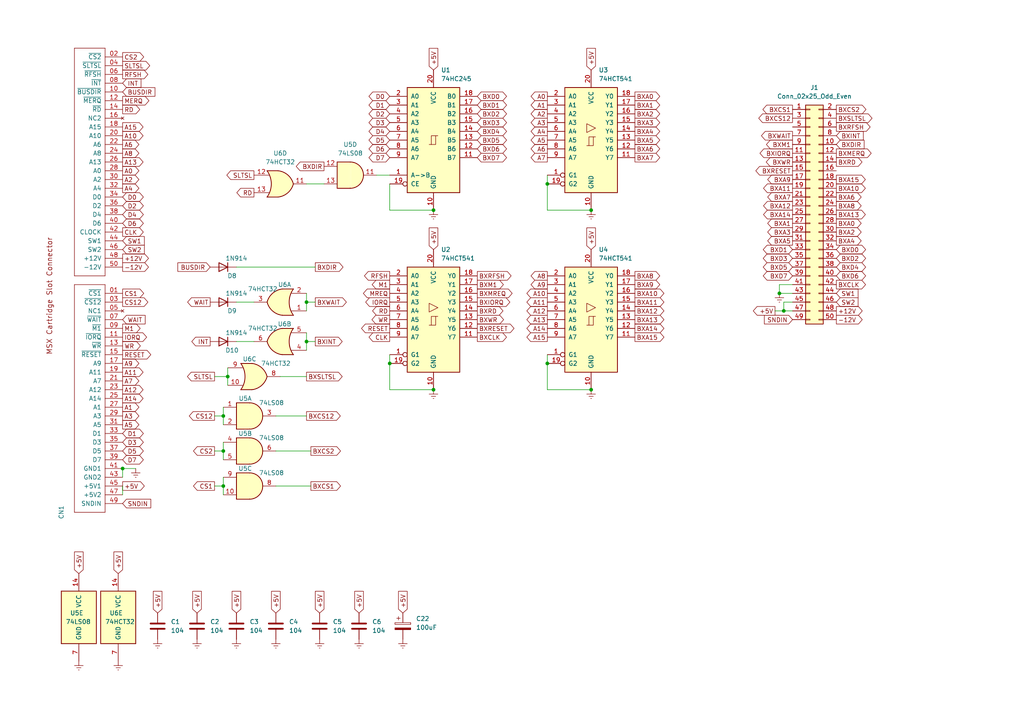
<source format=kicad_sch>
(kicad_sch (version 20230121) (generator eeschema)
  (paper "A4")
  (title_block (title "MSX 4 Slot Expander") (date "2024-02-23") (rev "3") (company "Luis Vina"))
  (lib_symbols
    (symbol "74xx:74HC245" (pin_names (offset 1.016))
      (property "Reference" "U" (at -7.62 16.51 0))
      (property "Value" "74HC245" (at -7.62 -16.51 0))
      (symbol "74HC245_1_0"
        (pin input line (at -12.7 -10.16 0) (length 5.08) (name "A->B") (number "1"))
        (pin power_in line (at 0 -20.32 90) (length 5.08) (name "GND") (number "10"))
        (pin tri_state line (at 12.7 -5.08 180) (length 5.08) (name "B7") (number "11"))
        (pin tri_state line (at 12.7 -2.54 180) (length 5.08) (name "B6") (number "12"))
        (pin tri_state line (at 12.7 0 180) (length 5.08) (name "B5") (number "13"))
        (pin tri_state line (at 12.7 2.54 180) (length 5.08) (name "B4") (number "14"))
        (pin tri_state line (at 12.7 5.08 180) (length 5.08) (name "B3") (number "15"))
        (pin tri_state line (at 12.7 7.62 180) (length 5.08) (name "B2") (number "16"))
        (pin tri_state line (at 12.7 10.16 180) (length 5.08) (name "B1") (number "17"))
        (pin tri_state line (at 12.7 12.7 180) (length 5.08) (name "B0") (number "18"))
        (pin input inverted (at -12.7 -12.7 0) (length 5.08) (name "CE") (number "19"))
        (pin tri_state line (at -12.7 12.7 0) (length 5.08) (name "A0") (number "2"))
        (pin power_in line (at 0 20.32 270) (length 5.08) (name "VCC") (number "20"))
        (pin tri_state line (at -12.7 10.16 0) (length 5.08) (name "A1") (number "3"))
        (pin tri_state line (at -12.7 7.62 0) (length 5.08) (name "A2") (number "4"))
        (pin tri_state line (at -12.7 5.08 0) (length 5.08) (name "A3") (number "5"))
        (pin tri_state line (at -12.7 2.54 0) (length 5.08) (name "A4") (number "6"))
        (pin tri_state line (at -12.7 0 0) (length 5.08) (name "A5") (number "7"))
        (pin tri_state line (at -12.7 -2.54 0) (length 5.08) (name "A6") (number "8"))
        (pin tri_state line (at -12.7 -5.08 0) (length 5.08) (name "A7") (number "9"))
      )
    )
    (symbol "74xx:74HCT541" (pin_names (offset 1.016))
      (property "Reference" "U" (at -7.62 16.51 0))
      (property "Value" "74HCT541" (at -7.62 -16.51 0))
      (symbol "74HCT541_1_0"
        (pin input inverted (at -12.7 -10.16 0) (length 5.08) (name "G1") (number "1"))
        (pin power_in line (at 0 -20.32 90) (length 5.08) (name "GND") (number "10"))
        (pin tri_state line (at 12.7 -5.08 180) (length 5.08) (name "Y7") (number "11"))
        (pin tri_state line (at 12.7 -2.54 180) (length 5.08) (name "Y6") (number "12"))
        (pin tri_state line (at 12.7 0 180) (length 5.08) (name "Y5") (number "13"))
        (pin tri_state line (at 12.7 2.54 180) (length 5.08) (name "Y4") (number "14"))
        (pin tri_state line (at 12.7 5.08 180) (length 5.08) (name "Y3") (number "15"))
        (pin tri_state line (at 12.7 7.62 180) (length 5.08) (name "Y2") (number "16"))
        (pin tri_state line (at 12.7 10.16 180) (length 5.08) (name "Y1") (number "17"))
        (pin tri_state line (at 12.7 12.7 180) (length 5.08) (name "Y0") (number "18"))
        (pin input inverted (at -12.7 -12.7 0) (length 5.08) (name "G2") (number "19"))
        (pin input line (at -12.7 12.7 0) (length 5.08) (name "A0") (number "2"))
        (pin power_in line (at 0 20.32 270) (length 5.08) (name "VCC") (number "20"))
        (pin input line (at -12.7 10.16 0) (length 5.08) (name "A1") (number "3"))
        (pin input line (at -12.7 7.62 0) (length 5.08) (name "A2") (number "4"))
        (pin input line (at -12.7 5.08 0) (length 5.08) (name "A3") (number "5"))
        (pin input line (at -12.7 2.54 0) (length 5.08) (name "A4") (number "6"))
        (pin input line (at -12.7 0 0) (length 5.08) (name "A5") (number "7"))
        (pin input line (at -12.7 -2.54 0) (length 5.08) (name "A6") (number "8"))
        (pin input line (at -12.7 -5.08 0) (length 5.08) (name "A7") (number "9"))
      )
    )
    (symbol "74xx:74LS08" (pin_names (offset 1.016))
      (property "Reference" "U" (at 0 1.27 0))
      (property "Value" "74LS08" (at 0 -1.27 0))
      (symbol "74LS08_1_1"
        (pin input line (at -7.62 2.54 0) (length 3.81) (name "~") (number "1"))
        (pin input line (at -7.62 -2.54 0) (length 3.81) (name "~") (number "2"))
        (pin output line (at 7.62 0 180) (length 3.81) (name "~") (number "3"))
      )
      (symbol "74LS08_1_2"
        (pin input inverted (at -7.62 2.54 0) (length 4.318) (name "~") (number "1"))
        (pin input inverted (at -7.62 -2.54 0) (length 4.318) (name "~") (number "2"))
        (pin output inverted (at 7.62 0 180) (length 3.81) (name "~") (number "3"))
      )
      (symbol "74LS08_2_1"
        (pin input line (at -7.62 2.54 0) (length 3.81) (name "~") (number "4"))
        (pin input line (at -7.62 -2.54 0) (length 3.81) (name "~") (number "5"))
        (pin output line (at 7.62 0 180) (length 3.81) (name "~") (number "6"))
      )
      (symbol "74LS08_2_2"
        (pin input inverted (at -7.62 2.54 0) (length 4.318) (name "~") (number "4"))
        (pin input inverted (at -7.62 -2.54 0) (length 4.318) (name "~") (number "5"))
        (pin output inverted (at 7.62 0 180) (length 3.81) (name "~") (number "6"))
      )
      (symbol "74LS08_3_1"
        (pin input line (at -7.62 -2.54 0) (length 3.81) (name "~") (number "10"))
        (pin output line (at 7.62 0 180) (length 3.81) (name "~") (number "8"))
        (pin input line (at -7.62 2.54 0) (length 3.81) (name "~") (number "9"))
      )
      (symbol "74LS08_3_2"
        (pin input inverted (at -7.62 -2.54 0) (length 4.318) (name "~") (number "10"))
        (pin output inverted (at 7.62 0 180) (length 3.81) (name "~") (number "8"))
        (pin input inverted (at -7.62 2.54 0) (length 4.318) (name "~") (number "9"))
      )
      (symbol "74LS08_4_1"
        (pin output line (at 7.62 0 180) (length 3.81) (name "~") (number "11"))
        (pin input line (at -7.62 2.54 0) (length 3.81) (name "~") (number "12"))
        (pin input line (at -7.62 -2.54 0) (length 3.81) (name "~") (number "13"))
      )
      (symbol "74LS08_4_2"
        (pin output inverted (at 7.62 0 180) (length 3.81) (name "~") (number "11"))
        (pin input inverted (at -7.62 2.54 0) (length 4.318) (name "~") (number "12"))
        (pin input inverted (at -7.62 -2.54 0) (length 4.318) (name "~") (number "13"))
      )
      (symbol "74LS08_5_0"
        (pin power_in line (at 0 12.7 270) (length 5.08) (name "VCC") (number "14"))
        (pin power_in line (at 0 -12.7 90) (length 5.08) (name "GND") (number "7"))
      )
    )
    (symbol "74xx:74LS32" (pin_names (offset 1.016))
      (property "Reference" "U" (at 0 1.27 0))
      (property "Value" "74LS32" (at 0 -1.27 0))
      (symbol "74LS32_1_1"
        (pin input line (at -7.62 2.54 0) (length 4.318) (name "~") (number "1"))
        (pin input line (at -7.62 -2.54 0) (length 4.318) (name "~") (number "2"))
        (pin output line (at 7.62 0 180) (length 3.81) (name "~") (number "3"))
      )
      (symbol "74LS32_1_2"
        (pin input inverted (at -7.62 2.54 0) (length 3.81) (name "~") (number "1"))
        (pin input inverted (at -7.62 -2.54 0) (length 3.81) (name "~") (number "2"))
        (pin output inverted (at 7.62 0 180) (length 3.81) (name "~") (number "3"))
      )
      (symbol "74LS32_2_1"
        (pin input line (at -7.62 2.54 0) (length 4.318) (name "~") (number "4"))
        (pin input line (at -7.62 -2.54 0) (length 4.318) (name "~") (number "5"))
        (pin output line (at 7.62 0 180) (length 3.81) (name "~") (number "6"))
      )
      (symbol "74LS32_2_2"
        (pin input inverted (at -7.62 2.54 0) (length 3.81) (name "~") (number "4"))
        (pin input inverted (at -7.62 -2.54 0) (length 3.81) (name "~") (number "5"))
        (pin output inverted (at 7.62 0 180) (length 3.81) (name "~") (number "6"))
      )
      (symbol "74LS32_3_1"
        (pin input line (at -7.62 -2.54 0) (length 4.318) (name "~") (number "10"))
        (pin output line (at 7.62 0 180) (length 3.81) (name "~") (number "8"))
        (pin input line (at -7.62 2.54 0) (length 4.318) (name "~") (number "9"))
      )
      (symbol "74LS32_3_2"
        (pin input inverted (at -7.62 -2.54 0) (length 3.81) (name "~") (number "10"))
        (pin output inverted (at 7.62 0 180) (length 3.81) (name "~") (number "8"))
        (pin input inverted (at -7.62 2.54 0) (length 3.81) (name "~") (number "9"))
      )
      (symbol "74LS32_4_1"
        (pin output line (at 7.62 0 180) (length 3.81) (name "~") (number "11"))
        (pin input line (at -7.62 2.54 0) (length 4.318) (name "~") (number "12"))
        (pin input line (at -7.62 -2.54 0) (length 4.318) (name "~") (number "13"))
      )
      (symbol "74LS32_4_2"
        (pin output inverted (at 7.62 0 180) (length 3.81) (name "~") (number "11"))
        (pin input inverted (at -7.62 2.54 0) (length 3.81) (name "~") (number "12"))
        (pin input inverted (at -7.62 -2.54 0) (length 3.81) (name "~") (number "13"))
      )
      (symbol "74LS32_5_0"
        (pin power_in line (at 0 12.7 270) (length 5.08) (name "VCC") (number "14"))
        (pin power_in line (at 0 -12.7 90) (length 5.08) (name "GND") (number "7"))
      )
    )
    (symbol "Connector_Generic:Conn_02x25_Odd_Even" (pin_names (offset 1.016) hide)
      (property "Reference" "J" (at 1.27 33.02 0))
      (property "Value" "Conn_02x25_Odd_Even" (at 1.27 -33.02 0))
      (symbol "Conn_02x25_Odd_Even_1_1"
        (pin passive line (at -5.08 30.48 0) (length 3.81) (name "Pin_1") (number "1"))
        (pin passive line (at 7.62 20.32 180) (length 3.81) (name "Pin_10") (number "10"))
        (pin passive line (at -5.08 17.78 0) (length 3.81) (name "Pin_11") (number "11"))
        (pin passive line (at 7.62 17.78 180) (length 3.81) (name "Pin_12") (number "12"))
        (pin passive line (at -5.08 15.24 0) (length 3.81) (name "Pin_13") (number "13"))
        (pin passive line (at 7.62 15.24 180) (length 3.81) (name "Pin_14") (number "14"))
        (pin passive line (at -5.08 12.7 0) (length 3.81) (name "Pin_15") (number "15"))
        (pin passive line (at 7.62 12.7 180) (length 3.81) (name "Pin_16") (number "16"))
        (pin passive line (at -5.08 10.16 0) (length 3.81) (name "Pin_17") (number "17"))
        (pin passive line (at 7.62 10.16 180) (length 3.81) (name "Pin_18") (number "18"))
        (pin passive line (at -5.08 7.62 0) (length 3.81) (name "Pin_19") (number "19"))
        (pin passive line (at 7.62 30.48 180) (length 3.81) (name "Pin_2") (number "2"))
        (pin passive line (at 7.62 7.62 180) (length 3.81) (name "Pin_20") (number "20"))
        (pin passive line (at -5.08 5.08 0) (length 3.81) (name "Pin_21") (number "21"))
        (pin passive line (at 7.62 5.08 180) (length 3.81) (name "Pin_22") (number "22"))
        (pin passive line (at -5.08 2.54 0) (length 3.81) (name "Pin_23") (number "23"))
        (pin passive line (at 7.62 2.54 180) (length 3.81) (name "Pin_24") (number "24"))
        (pin passive line (at -5.08 0 0) (length 3.81) (name "Pin_25") (number "25"))
        (pin passive line (at 7.62 0 180) (length 3.81) (name "Pin_26") (number "26"))
        (pin passive line (at -5.08 -2.54 0) (length 3.81) (name "Pin_27") (number "27"))
        (pin passive line (at 7.62 -2.54 180) (length 3.81) (name "Pin_28") (number "28"))
        (pin passive line (at -5.08 -5.08 0) (length 3.81) (name "Pin_29") (number "29"))
        (pin passive line (at -5.08 27.94 0) (length 3.81) (name "Pin_3") (number "3"))
        (pin passive line (at 7.62 -5.08 180) (length 3.81) (name "Pin_30") (number "30"))
        (pin passive line (at -5.08 -7.62 0) (length 3.81) (name "Pin_31") (number "31"))
        (pin passive line (at 7.62 -7.62 180) (length 3.81) (name "Pin_32") (number "32"))
        (pin passive line (at -5.08 -10.16 0) (length 3.81) (name "Pin_33") (number "33"))
        (pin passive line (at 7.62 -10.16 180) (length 3.81) (name "Pin_34") (number "34"))
        (pin passive line (at -5.08 -12.7 0) (length 3.81) (name "Pin_35") (number "35"))
        (pin passive line (at 7.62 -12.7 180) (length 3.81) (name "Pin_36") (number "36"))
        (pin passive line (at -5.08 -15.24 0) (length 3.81) (name "Pin_37") (number "37"))
        (pin passive line (at 7.62 -15.24 180) (length 3.81) (name "Pin_38") (number "38"))
        (pin passive line (at -5.08 -17.78 0) (length 3.81) (name "Pin_39") (number "39"))
        (pin passive line (at 7.62 27.94 180) (length 3.81) (name "Pin_4") (number "4"))
        (pin passive line (at 7.62 -17.78 180) (length 3.81) (name "Pin_40") (number "40"))
        (pin passive line (at -5.08 -20.32 0) (length 3.81) (name "Pin_41") (number "41"))
        (pin passive line (at 7.62 -20.32 180) (length 3.81) (name "Pin_42") (number "42"))
        (pin passive line (at -5.08 -22.86 0) (length 3.81) (name "Pin_43") (number "43"))
        (pin passive line (at 7.62 -22.86 180) (length 3.81) (name "Pin_44") (number "44"))
        (pin passive line (at -5.08 -25.4 0) (length 3.81) (name "Pin_45") (number "45"))
        (pin passive line (at 7.62 -25.4 180) (length 3.81) (name "Pin_46") (number "46"))
        (pin passive line (at -5.08 -27.94 0) (length 3.81) (name "Pin_47") (number "47"))
        (pin passive line (at 7.62 -27.94 180) (length 3.81) (name "Pin_48") (number "48"))
        (pin passive line (at -5.08 -30.48 0) (length 3.81) (name "Pin_49") (number "49"))
        (pin passive line (at -5.08 25.4 0) (length 3.81) (name "Pin_5") (number "5"))
        (pin passive line (at 7.62 -30.48 180) (length 3.81) (name "Pin_50") (number "50"))
        (pin passive line (at 7.62 25.4 180) (length 3.81) (name "Pin_6") (number "6"))
        (pin passive line (at -5.08 22.86 0) (length 3.81) (name "Pin_7") (number "7"))
        (pin passive line (at 7.62 22.86 180) (length 3.81) (name "Pin_8") (number "8"))
        (pin passive line (at -5.08 20.32 0) (length 3.81) (name "Pin_9") (number "9"))
      )
    )
    (symbol "Device:C" (pin_numbers hide) (pin_names (offset 0.254))
      (property "Reference" "C" (at 0.635 2.54 0))
      (property "Value" "C" (at 0.635 -2.54 0))
      (symbol "C_1_1"
        (pin passive line (at 0 3.81 270) (length 2.794) (name "~") (number "1"))
        (pin passive line (at 0 -3.81 90) (length 2.794) (name "~") (number "2"))
      )
    )
    (symbol "Device:C_Polarized" (pin_numbers hide) (pin_names (offset 0.254))
      (property "Reference" "C" (at 0.635 2.54 0))
      (property "Value" "C_Polarized" (at 0.635 -2.54 0))
      (symbol "C_Polarized_1_1"
        (pin passive line (at 0 3.81 270) (length 2.794) (name "~") (number "1"))
        (pin passive line (at 0 -3.81 90) (length 2.794) (name "~") (number "2"))
      )
    )
    (symbol "Diode:1N914" (pin_numbers hide) (pin_names hide)
      (property "Reference" "D" (at 0 2.54 0))
      (property "Value" "1N914" (at 0 -2.54 0))
      (symbol "1N914_1_1"
        (pin passive line (at -3.81 0 0) (length 2.54) (name "K") (number "1"))
        (pin passive line (at 3.81 0 180) (length 2.54) (name "A") (number "2"))
      )
    )
    (symbol "MSX_SLOT_CON-msxmakers_1" (pin_names (offset 1.016))
      (symbol "MSX_SLOT_CON-msxmakers_1_1_0"
        (text "MSX Cartridge Slot Connector" (at 45.72 -2.54 0) (effects (font (size 1.4986 1.4986)) (justify left bottom)))
        (pin output line (at 63.5 17.78 270) (length 5.08) (name "~{CS1}") (number "01"))
        (pin output line (at 132.08 17.78 270) (length 5.08) (name "~{CS2}") (number "02"))
        (pin output line (at 60.96 17.78 270) (length 5.08) (name "~{CS12}") (number "03"))
        (pin output line (at 129.54 17.78 270) (length 5.08) (name "~{SLTSL}") (number "04"))
        (pin no_connect line (at 58.42 17.78 270) (length 5.08) (name "NC1") (number "05"))
        (pin output line (at 127 17.78 270) (length 5.08) (name "~{RFSH}") (number "06"))
        (pin input line (at 55.88 17.78 270) (length 5.08) (name "~{WAIT}") (number "07"))
        (pin input line (at 124.46 17.78 270) (length 5.08) (name "~{INT}") (number "08"))
        (pin output line (at 53.34 17.78 270) (length 5.08) (name "~{M1}") (number "09"))
        (pin input line (at 121.92 17.78 270) (length 5.08) (name "~{BUSDIR}") (number "10"))
        (pin output line (at 50.8 17.78 270) (length 5.08) (name "~{IORQ}") (number "11"))
        (pin output line (at 119.38 17.78 270) (length 5.08) (name "~{MERQ}") (number "12"))
        (pin output line (at 48.26 17.78 270) (length 5.08) (name "~{WR}") (number "13"))
        (pin output line (at 116.84 17.78 270) (length 5.08) (name "~{RD}") (number "14"))
        (pin output line (at 45.72 17.78 270) (length 5.08) (name "~{RESET}") (number "15"))
        (pin no_connect line (at 114.3 17.78 270) (length 5.08) (name "NC2") (number "16"))
        (pin output line (at 43.18 17.78 270) (length 5.08) (name "A9") (number "17"))
        (pin output line (at 111.76 17.78 270) (length 5.08) (name "A15") (number "18"))
        (pin output line (at 40.64 17.78 270) (length 5.08) (name "A11") (number "19"))
        (pin output line (at 109.22 17.78 270) (length 5.08) (name "A10") (number "20"))
        (pin output line (at 38.1 17.78 270) (length 5.08) (name "A7") (number "21"))
        (pin output line (at 106.68 17.78 270) (length 5.08) (name "A6") (number "22"))
        (pin output line (at 35.56 17.78 270) (length 5.08) (name "A12") (number "23"))
        (pin output line (at 104.14 17.78 270) (length 5.08) (name "A8") (number "24"))
        (pin output line (at 33.02 17.78 270) (length 5.08) (name "A14") (number "25"))
        (pin output line (at 101.6 17.78 270) (length 5.08) (name "A13") (number "26"))
        (pin output line (at 30.48 17.78 270) (length 5.08) (name "A1") (number "27"))
        (pin output line (at 99.06 17.78 270) (length 5.08) (name "A0") (number "28"))
        (pin output line (at 27.94 17.78 270) (length 5.08) (name "A3") (number "29"))
        (pin output line (at 96.52 17.78 270) (length 5.08) (name "A2") (number "30"))
        (pin output line (at 25.4 17.78 270) (length 5.08) (name "A5") (number "31"))
        (pin output line (at 93.98 17.78 270) (length 5.08) (name "A4") (number "32"))
        (pin bidirectional line (at 22.86 17.78 270) (length 5.08) (name "D1") (number "33"))
        (pin bidirectional line (at 91.44 17.78 270) (length 5.08) (name "D0") (number "34"))
        (pin bidirectional line (at 20.32 17.78 270) (length 5.08) (name "D3") (number "35"))
        (pin bidirectional line (at 88.9 17.78 270) (length 5.08) (name "D2") (number "36"))
        (pin bidirectional line (at 17.78 17.78 270) (length 5.08) (name "D5") (number "37"))
        (pin bidirectional line (at 86.36 17.78 270) (length 5.08) (name "D4") (number "38"))
        (pin bidirectional line (at 15.24 17.78 270) (length 5.08) (name "D7") (number "39"))
        (pin bidirectional line (at 83.82 17.78 270) (length 5.08) (name "D6") (number "40"))
        (pin power_in line (at 12.7 17.78 270) (length 5.08) (name "GND1") (number "41"))
        (pin output line (at 81.28 17.78 270) (length 5.08) (name "CLOCK") (number "42"))
        (pin power_in line (at 10.16 17.78 270) (length 5.08) (name "GND2") (number "43"))
        (pin passive line (at 78.74 17.78 270) (length 5.08) (name "SW1") (number "44"))
        (pin power_in line (at 7.62 17.78 270) (length 5.08) (name "+5V1") (number "45"))
        (pin passive line (at 76.2 17.78 270) (length 5.08) (name "SW2") (number "46"))
        (pin power_in line (at 5.08 17.78 270) (length 5.08) (name "+5V2") (number "47"))
        (pin power_in line (at 73.66 17.78 270) (length 5.08) (name "+12V") (number "48"))
        (pin input line (at 2.54 17.78 270) (length 5.08) (name "SNDIN") (number "49"))
        (pin power_in line (at 71.12 17.78 270) (length 5.08) (name "-12V") (number "50"))
      )
    )
    (symbol "power:Earth" (power) (pin_names (offset 0))
      (symbol "Earth_1_1"
        (pin power_in line (at 0 0 270) (length 0) hide (name "Earth") (number "1"))
      )
    )
  )
  (junction (at 125.73 113.03))
  (junction (at 226.06 85.09))
  (junction (at 125.73 60.96))
  (junction (at 158.75 53.34))
  (junction (at 64.77 140.97))
  (junction (at 113.03 105.41))
  (junction (at 35.56 135.89))
  (junction (at 171.45 60.96))
  (junction (at 158.75 105.41))
  (junction (at 64.77 130.81))
  (junction (at 64.77 120.65))
  (junction (at 88.9 87.63))
  (junction (at 227.33 90.17))
  (junction (at 88.9 99.06))
  (junction (at 171.45 113.03))
  (junction (at 66.04 109.22))
  (wire (pts (xy 62.23 140.97) (xy 64.77 140.97)))
  (wire (pts (xy 113.03 102.87) (xy 113.03 105.41)))
  (wire (pts (xy 158.75 113.03) (xy 171.45 113.03)))
  (wire (pts (xy 158.75 60.96) (xy 171.45 60.96)))
  (wire (pts (xy 80.01 120.65) (xy 88.9 120.65)))
  (wire (pts (xy 158.75 50.8) (xy 158.75 53.34)))
  (wire (pts (xy 113.03 53.34) (xy 113.03 60.96)))
  (wire (pts (xy 68.58 99.06) (xy 73.66 99.06)))
  (wire (pts (xy 158.75 102.87) (xy 158.75 105.41)))
  (wire (pts (xy 88.9 87.63) (xy 88.9 90.17)))
  (wire (pts (xy 62.23 130.81) (xy 64.77 130.81)))
  (wire (pts (xy 88.9 87.63) (xy 91.44 87.63)))
  (wire (pts (xy 80.01 130.81) (xy 90.17 130.81)))
  (wire (pts (xy 62.23 120.65) (xy 64.77 120.65)))
  (wire (pts (xy 66.04 106.68) (xy 66.04 109.22)))
  (wire (pts (xy 64.77 130.81) (xy 64.77 133.35)))
  (wire (pts (xy 229.87 85.09) (xy 226.06 85.09)))
  (wire (pts (xy 64.77 140.97) (xy 64.77 143.51)))
  (wire (pts (xy 64.77 118.11) (xy 64.77 120.65)))
  (wire (pts (xy 113.03 113.03) (xy 125.73 113.03)))
  (wire (pts (xy 68.58 87.63) (xy 73.66 87.63)))
  (wire (pts (xy 226.06 82.55) (xy 226.06 85.09)))
  (wire (pts (xy 227.33 87.63) (xy 227.33 90.17)))
  (wire (pts (xy 88.9 99.06) (xy 91.44 99.06)))
  (wire (pts (xy 35.56 140.97) (xy 35.56 143.51)))
  (wire (pts (xy 113.03 105.41) (xy 113.03 113.03)))
  (wire (pts (xy 88.9 99.06) (xy 88.9 101.6)))
  (wire (pts (xy 62.23 109.22) (xy 66.04 109.22)))
  (wire (pts (xy 109.22 50.8) (xy 113.03 50.8)))
  (wire (pts (xy 64.77 120.65) (xy 64.77 123.19)))
  (wire (pts (xy 64.77 138.43) (xy 64.77 140.97)))
  (wire (pts (xy 64.77 128.27) (xy 64.77 130.81)))
  (wire (pts (xy 158.75 105.41) (xy 158.75 113.03)))
  (wire (pts (xy 81.28 109.22) (xy 88.9 109.22)))
  (wire (pts (xy 35.56 135.89) (xy 35.56 138.43)))
  (wire (pts (xy 229.87 87.63) (xy 227.33 87.63)))
  (wire (pts (xy 80.01 140.97) (xy 90.17 140.97)))
  (wire (pts (xy 227.33 90.17) (xy 229.87 90.17)))
  (wire (pts (xy 229.87 82.55) (xy 226.06 82.55)))
  (wire (pts (xy 35.56 135.89) (xy 39.37 135.89)))
  (wire (pts (xy 91.44 77.47) (xy 68.58 77.47)))
  (wire (pts (xy 158.75 53.34) (xy 158.75 60.96)))
  (wire (pts (xy 88.9 96.52) (xy 88.9 99.06)))
  (wire (pts (xy 224.79 90.17) (xy 227.33 90.17)))
  (wire (pts (xy 113.03 60.96) (xy 125.73 60.96)))
  (wire (pts (xy 88.9 85.09) (xy 88.9 87.63)))
  (wire (pts (xy 66.04 109.22) (xy 66.04 111.76)))
  (wire (pts (xy 88.9 53.34) (xy 93.98 53.34)))
  (text "Buffer" (at 132.08 281.94 0) (effects (font (size 1.27 1.27)) (justify left bottom)))
  (global_label "WAIT" (shape input) (at 35.56 92.71 0) (property "Intersheetrefs" "${INTERSHEET_REFS}" (effects hide)))
  (global_label "BXD3" (shape bidirectional) (at 138.43 35.56 0) (property "Intersheetrefs" "${INTERSHEET_REFS}" (effects hide)))
  (global_label "D2" (shape bidirectional) (at 113.03 33.02 180) (property "Intersheetrefs" "${INTERSHEET_REFS}" (effects hide)))
  (global_label "MREQ" (shape output) (at 113.03 85.09 180) (property "Intersheetrefs" "${INTERSHEET_REFS}" (effects hide)))
  (global_label "D1" (shape bidirectional) (at 113.03 30.48 180) (property "Intersheetrefs" "${INTERSHEET_REFS}" (effects hide)))
  (global_label "WR" (shape output) (at 113.03 92.71 180) (property "Intersheetrefs" "${INTERSHEET_REFS}" (effects hide)))
  (global_label "A15" (shape output) (at 158.75 97.79 180) (property "Intersheetrefs" "${INTERSHEET_REFS}" (effects hide)))
  (global_label "BXDIR" (shape output) (at 93.98 48.26 180) (property "Intersheetrefs" "${INTERSHEET_REFS}" (effects hide)))
  (global_label "CLK" (shape output) (at 35.56 67.31 0) (property "Intersheetrefs" "${INTERSHEET_REFS}" (effects hide)))
  (global_label "CS2" (shape output) (at 62.23 130.81 180) (property "Intersheetrefs" "${INTERSHEET_REFS}" (effects hide)))
  (global_label "A4" (shape output) (at 158.75 38.1 180) (property "Intersheetrefs" "${INTERSHEET_REFS}" (effects hide)))
  (global_label "BXA11" (shape output) (at 229.87 54.61 180) (property "Intersheetrefs" "${INTERSHEET_REFS}" (effects hide)))
  (global_label "RD" (shape output) (at 113.03 90.17 180) (property "Intersheetrefs" "${INTERSHEET_REFS}" (effects hide)))
  (global_label "A5" (shape output) (at 158.75 40.64 180) (property "Intersheetrefs" "${INTERSHEET_REFS}" (effects hide)))
  (global_label "+5V" (shape input) (at 34.29 166.37 90) (property "Intersheetrefs" "${INTERSHEET_REFS}" (effects hide)))
  (global_label "M1" (shape output) (at 35.56 95.25 0) (property "Intersheetrefs" "${INTERSHEET_REFS}" (effects hide)))
  (global_label "A3" (shape output) (at 35.56 120.65 0) (property "Intersheetrefs" "${INTERSHEET_REFS}" (effects hide)))
  (global_label "BXRFSH" (shape output) (at 242.57 36.83 0) (property "Intersheetrefs" "${INTERSHEET_REFS}" (effects hide)))
  (global_label "BXM1" (shape output) (at 229.87 41.91 180) (property "Intersheetrefs" "${INTERSHEET_REFS}" (effects hide)))
  (global_label "A1" (shape output) (at 35.56 118.11 0) (property "Intersheetrefs" "${INTERSHEET_REFS}" (effects hide)))
  (global_label "D3" (shape bidirectional) (at 35.56 128.27 0) (property "Intersheetrefs" "${INTERSHEET_REFS}" (effects hide)))
  (global_label "BUSDIR" (shape input) (at 60.96 77.47 180) (property "Intersheetrefs" "${INTERSHEET_REFS}" (effects hide)))
  (global_label "BXD7" (shape bidirectional) (at 138.43 45.72 0) (property "Intersheetrefs" "${INTERSHEET_REFS}" (effects hide)))
  (global_label "A6" (shape output) (at 35.56 41.91 0) (property "Intersheetrefs" "${INTERSHEET_REFS}" (effects hide)))
  (global_label "A10" (shape output) (at 35.56 39.37 0) (property "Intersheetrefs" "${INTERSHEET_REFS}" (effects hide)))
  (global_label "+5V" (shape input) (at 171.45 72.39 90) (property "Intersheetrefs" "${INTERSHEET_REFS}" (effects hide)))
  (global_label "BXCS1" (shape output) (at 229.87 31.75 180) (property "Intersheetrefs" "${INTERSHEET_REFS}" (effects hide)))
  (global_label "A2" (shape output) (at 35.56 52.07 0) (property "Intersheetrefs" "${INTERSHEET_REFS}" (effects hide)))
  (global_label "A8" (shape output) (at 158.75 80.01 180) (property "Intersheetrefs" "${INTERSHEET_REFS}" (effects hide)))
  (global_label "BXA3" (shape output) (at 184.15 35.56 0) (property "Intersheetrefs" "${INTERSHEET_REFS}" (effects hide)))
  (global_label "BXRFSH" (shape output) (at 138.43 80.01 0) (property "Intersheetrefs" "${INTERSHEET_REFS}" (effects hide)))
  (global_label "BXWR" (shape output) (at 138.43 92.71 0) (property "Intersheetrefs" "${INTERSHEET_REFS}" (effects hide)))
  (global_label "BXA7" (shape output) (at 229.87 57.15 180) (property "Intersheetrefs" "${INTERSHEET_REFS}" (effects hide)))
  (global_label "BXD4" (shape bidirectional) (at 242.57 77.47 0) (property "Intersheetrefs" "${INTERSHEET_REFS}" (effects hide)))
  (global_label "-12V" (shape output) (at 35.56 77.47 0) (property "Intersheetrefs" "${INTERSHEET_REFS}" (effects hide)))
  (global_label "A13" (shape output) (at 35.56 46.99 0) (property "Intersheetrefs" "${INTERSHEET_REFS}" (effects hide)))
  (global_label "BXWAIT" (shape output) (at 91.44 87.63 0) (property "Intersheetrefs" "${INTERSHEET_REFS}" (effects hide)))
  (global_label "A14" (shape output) (at 35.56 115.57 0) (property "Intersheetrefs" "${INTERSHEET_REFS}" (effects hide)))
  (global_label "BXA8" (shape output) (at 184.15 80.01 0) (property "Intersheetrefs" "${INTERSHEET_REFS}" (effects hide)))
  (global_label "A12" (shape output) (at 158.75 90.17 180) (property "Intersheetrefs" "${INTERSHEET_REFS}" (effects hide)))
  (global_label "SLTSL" (shape output) (at 73.66 50.8 180) (property "Intersheetrefs" "${INTERSHEET_REFS}" (effects hide)))
  (global_label "IORQ" (shape output) (at 113.03 87.63 180) (property "Intersheetrefs" "${INTERSHEET_REFS}" (effects hide)))
  (global_label "+5V" (shape input) (at 68.58 177.8 90) (property "Intersheetrefs" "${INTERSHEET_REFS}" (effects hide)))
  (global_label "A13" (shape output) (at 158.75 92.71 180) (property "Intersheetrefs" "${INTERSHEET_REFS}" (effects hide)))
  (global_label "D4" (shape bidirectional) (at 113.03 38.1 180) (property "Intersheetrefs" "${INTERSHEET_REFS}" (effects hide)))
  (global_label "+5V" (shape input) (at 171.45 20.32 90) (property "Intersheetrefs" "${INTERSHEET_REFS}" (effects hide)))
  (global_label "CS1" (shape output) (at 62.23 140.97 180) (property "Intersheetrefs" "${INTERSHEET_REFS}" (effects hide)))
  (global_label "A15" (shape output) (at 35.56 36.83 0) (property "Intersheetrefs" "${INTERSHEET_REFS}" (effects hide)))
  (global_label "IORQ" (shape output) (at 35.56 97.79 0) (property "Intersheetrefs" "${INTERSHEET_REFS}" (effects hide)))
  (global_label "+12V" (shape output) (at 242.57 90.17 0) (property "Intersheetrefs" "${INTERSHEET_REFS}" (effects hide)))
  (global_label "BXCS2" (shape output) (at 242.57 31.75 0) (property "Intersheetrefs" "${INTERSHEET_REFS}" (effects hide)))
  (global_label "A9" (shape output) (at 158.75 82.55 180) (property "Intersheetrefs" "${INTERSHEET_REFS}" (effects hide)))
  (global_label "BXA15" (shape output) (at 242.57 52.07 0) (property "Intersheetrefs" "${INTERSHEET_REFS}" (effects hide)))
  (global_label "INT" (shape output) (at 60.96 99.06 180) (property "Intersheetrefs" "${INTERSHEET_REFS}" (effects hide)))
  (global_label "BXCS1" (shape output) (at 90.17 140.97 0) (property "Intersheetrefs" "${INTERSHEET_REFS}" (effects hide)))
  (global_label "BXD6" (shape bidirectional) (at 138.43 43.18 0) (property "Intersheetrefs" "${INTERSHEET_REFS}" (effects hide)))
  (global_label "BXA2" (shape output) (at 184.15 33.02 0) (property "Intersheetrefs" "${INTERSHEET_REFS}" (effects hide)))
  (global_label "+5V" (shape input) (at 45.72 177.8 90) (property "Intersheetrefs" "${INTERSHEET_REFS}" (effects hide)))
  (global_label "BXA7" (shape output) (at 184.15 45.72 0) (property "Intersheetrefs" "${INTERSHEET_REFS}" (effects hide)))
  (global_label "BXA14" (shape output) (at 229.87 62.23 180) (property "Intersheetrefs" "${INTERSHEET_REFS}" (effects hide)))
  (global_label "BXDIR" (shape input) (at 242.57 41.91 0) (property "Intersheetrefs" "${INTERSHEET_REFS}" (effects hide)))
  (global_label "RESET" (shape output) (at 35.56 102.87 0) (property "Intersheetrefs" "${INTERSHEET_REFS}" (effects hide)))
  (global_label "D4" (shape bidirectional) (at 35.56 62.23 0) (property "Intersheetrefs" "${INTERSHEET_REFS}" (effects hide)))
  (global_label "+12V" (shape output) (at 35.56 74.93 0) (property "Intersheetrefs" "${INTERSHEET_REFS}" (effects hide)))
  (global_label "CS12" (shape output) (at 62.23 120.65 180) (property "Intersheetrefs" "${INTERSHEET_REFS}" (effects hide)))
  (global_label "A8" (shape output) (at 35.56 44.45 0) (property "Intersheetrefs" "${INTERSHEET_REFS}" (effects hide)))
  (global_label "+5V" (shape input) (at 125.73 20.32 90) (property "Intersheetrefs" "${INTERSHEET_REFS}" (effects hide)))
  (global_label "+5V" (shape input) (at 92.71 177.8 90) (property "Intersheetrefs" "${INTERSHEET_REFS}" (effects hide)))
  (global_label "BXCS2" (shape output) (at 90.17 130.81 0) (property "Intersheetrefs" "${INTERSHEET_REFS}" (effects hide)))
  (global_label "BXIORQ" (shape output) (at 229.87 44.45 180) (property "Intersheetrefs" "${INTERSHEET_REFS}" (effects hide)))
  (global_label "BXM1" (shape output) (at 138.43 82.55 0) (property "Intersheetrefs" "${INTERSHEET_REFS}" (effects hide)))
  (global_label "BXSLTSL" (shape output) (at 88.9 109.22 0) (property "Intersheetrefs" "${INTERSHEET_REFS}" (effects hide)))
  (global_label "A4" (shape output) (at 35.56 54.61 0) (property "Intersheetrefs" "${INTERSHEET_REFS}" (effects hide)))
  (global_label "A14" (shape output) (at 158.75 95.25 180) (property "Intersheetrefs" "${INTERSHEET_REFS}" (effects hide)))
  (global_label "D7" (shape bidirectional) (at 35.56 133.35 0) (property "Intersheetrefs" "${INTERSHEET_REFS}" (effects hide)))
  (global_label "A2" (shape output) (at 158.75 33.02 180) (property "Intersheetrefs" "${INTERSHEET_REFS}" (effects hide)))
  (global_label "BXCLK" (shape output) (at 138.43 97.79 0) (property "Intersheetrefs" "${INTERSHEET_REFS}" (effects hide)))
  (global_label "D0" (shape bidirectional) (at 35.56 57.15 0) (property "Intersheetrefs" "${INTERSHEET_REFS}" (effects hide)))
  (global_label "A6" (shape output) (at 158.75 43.18 180) (property "Intersheetrefs" "${INTERSHEET_REFS}" (effects hide)))
  (global_label "A11" (shape output) (at 158.75 87.63 180) (property "Intersheetrefs" "${INTERSHEET_REFS}" (effects hide)))
  (global_label "BXIORQ" (shape output) (at 138.43 87.63 0) (property "Intersheetrefs" "${INTERSHEET_REFS}" (effects hide)))
  (global_label "BXINT" (shape output) (at 91.44 99.06 0) (property "Intersheetrefs" "${INTERSHEET_REFS}" (effects hide)))
  (global_label "BXD5" (shape bidirectional) (at 138.43 40.64 0) (property "Intersheetrefs" "${INTERSHEET_REFS}" (effects hide)))
  (global_label "D3" (shape bidirectional) (at 113.03 35.56 180) (property "Intersheetrefs" "${INTERSHEET_REFS}" (effects hide)))
  (global_label "BXCS12" (shape output) (at 88.9 120.65 0) (property "Intersheetrefs" "${INTERSHEET_REFS}" (effects hide)))
  (global_label "+5V" (shape input) (at 57.15 177.8 90) (property "Intersheetrefs" "${INTERSHEET_REFS}" (effects hide)))
  (global_label "BXMREQ" (shape output) (at 138.43 85.09 0) (property "Intersheetrefs" "${INTERSHEET_REFS}" (effects hide)))
  (global_label "BXA9" (shape output) (at 184.15 82.55 0) (property "Intersheetrefs" "${INTERSHEET_REFS}" (effects hide)))
  (global_label "D2" (shape bidirectional) (at 35.56 59.69 0) (property "Intersheetrefs" "${INTERSHEET_REFS}" (effects hide)))
  (global_label "RFSH" (shape output) (at 35.56 21.59 0) (property "Intersheetrefs" "${INTERSHEET_REFS}" (effects hide)))
  (global_label "BXA5" (shape output) (at 184.15 40.64 0) (property "Intersheetrefs" "${INTERSHEET_REFS}" (effects hide)))
  (global_label "M1" (shape output) (at 113.03 82.55 180) (property "Intersheetrefs" "${INTERSHEET_REFS}" (effects hide)))
  (global_label "BXMERQ" (shape output) (at 242.57 44.45 0) (property "Intersheetrefs" "${INTERSHEET_REFS}" (effects hide)))
  (global_label "D5" (shape bidirectional) (at 113.03 40.64 180) (property "Intersheetrefs" "${INTERSHEET_REFS}" (effects hide)))
  (global_label "WAIT" (shape output) (at 60.96 87.63 180) (property "Intersheetrefs" "${INTERSHEET_REFS}" (effects hide)))
  (global_label "MERQ" (shape output) (at 35.56 29.21 0) (property "Intersheetrefs" "${INTERSHEET_REFS}" (effects hide)))
  (global_label "RESET" (shape output) (at 113.03 95.25 180) (property "Intersheetrefs" "${INTERSHEET_REFS}" (effects hide)))
  (global_label "BXD7" (shape bidirectional) (at 229.87 80.01 180) (property "Intersheetrefs" "${INTERSHEET_REFS}" (effects hide)))
  (global_label "CLK" (shape output) (at 113.03 97.79 180) (property "Intersheetrefs" "${INTERSHEET_REFS}" (effects hide)))
  (global_label "BXWAIT" (shape output) (at 229.87 39.37 180) (property "Intersheetrefs" "${INTERSHEET_REFS}" (effects hide)))
  (global_label "BXD1" (shape bidirectional) (at 138.43 30.48 0) (property "Intersheetrefs" "${INTERSHEET_REFS}" (effects hide)))
  (global_label "A7" (shape output) (at 35.56 110.49 0) (property "Intersheetrefs" "${INTERSHEET_REFS}" (effects hide)))
  (global_label "+5V" (shape output) (at 224.79 90.17 180) (property "Intersheetrefs" "${INTERSHEET_REFS}" (effects hide)))
  (global_label "D1" (shape bidirectional) (at 35.56 125.73 0) (property "Intersheetrefs" "${INTERSHEET_REFS}" (effects hide)))
  (global_label "BXD5" (shape bidirectional) (at 229.87 77.47 180) (property "Intersheetrefs" "${INTERSHEET_REFS}" (effects hide)))
  (global_label "CS1" (shape output) (at 35.56 85.09 0) (property "Intersheetrefs" "${INTERSHEET_REFS}" (effects hide)))
  (global_label "A12" (shape output) (at 35.56 113.03 0) (property "Intersheetrefs" "${INTERSHEET_REFS}" (effects hide)))
  (global_label "D7" (shape bidirectional) (at 113.03 45.72 180) (property "Intersheetrefs" "${INTERSHEET_REFS}" (effects hide)))
  (global_label "BXA4" (shape output) (at 242.57 69.85 0) (property "Intersheetrefs" "${INTERSHEET_REFS}" (effects hide)))
  (global_label "BXA3" (shape output) (at 229.87 67.31 180) (property "Intersheetrefs" "${INTERSHEET_REFS}" (effects hide)))
  (global_label "SW2" (shape input) (at 35.56 72.39 0) (property "Intersheetrefs" "${INTERSHEET_REFS}" (effects hide)))
  (global_label "BXA1" (shape output) (at 184.15 30.48 0) (property "Intersheetrefs" "${INTERSHEET_REFS}" (effects hide)))
  (global_label "BXA6" (shape output) (at 242.57 57.15 0) (property "Intersheetrefs" "${INTERSHEET_REFS}" (effects hide)))
  (global_label "BXD6" (shape bidirectional) (at 242.57 80.01 0) (property "Intersheetrefs" "${INTERSHEET_REFS}" (effects hide)))
  (global_label "D0" (shape bidirectional) (at 113.03 27.94 180) (property "Intersheetrefs" "${INTERSHEET_REFS}" (effects hide)))
  (global_label "SNDIN" (shape input) (at 35.56 146.05 0) (property "Intersheetrefs" "${INTERSHEET_REFS}" (effects hide)))
  (global_label "CS12" (shape output) (at 35.56 87.63 0) (property "Intersheetrefs" "${INTERSHEET_REFS}" (effects hide)))
  (global_label "BXINT" (shape input) (at 242.57 39.37 0) (property "Intersheetrefs" "${INTERSHEET_REFS}" (effects hide)))
  (global_label "BXA6" (shape output) (at 184.15 43.18 0) (property "Intersheetrefs" "${INTERSHEET_REFS}" (effects hide)))
  (global_label "BXA14" (shape output) (at 184.15 95.25 0) (property "Intersheetrefs" "${INTERSHEET_REFS}" (effects hide)))
  (global_label "SW1" (shape input) (at 35.56 69.85 0) (property "Intersheetrefs" "${INTERSHEET_REFS}" (effects hide)))
  (global_label "BXRESET" (shape output) (at 138.43 95.25 0) (property "Intersheetrefs" "${INTERSHEET_REFS}" (effects hide)))
  (global_label "WR" (shape output) (at 35.56 100.33 0) (property "Intersheetrefs" "${INTERSHEET_REFS}" (effects hide)))
  (global_label "+5V" (shape input) (at 22.86 166.37 90) (property "Intersheetrefs" "${INTERSHEET_REFS}" (effects hide)))
  (global_label "+5V" (shape input) (at 104.14 177.8 90) (property "Intersheetrefs" "${INTERSHEET_REFS}" (effects hide)))
  (global_label "+5V" (shape input) (at 80.01 177.8 90) (property "Intersheetrefs" "${INTERSHEET_REFS}" (effects hide)))
  (global_label "CS2" (shape output) (at 35.56 16.51 0) (property "Intersheetrefs" "${INTERSHEET_REFS}" (effects hide)))
  (global_label "BXA15" (shape output) (at 184.15 97.79 0) (property "Intersheetrefs" "${INTERSHEET_REFS}" (effects hide)))
  (global_label "+5V" (shape input) (at 116.84 177.8 90) (property "Intersheetrefs" "${INTERSHEET_REFS}" (effects hide)))
  (global_label "INT" (shape input) (at 35.56 24.13 0) (property "Intersheetrefs" "${INTERSHEET_REFS}" (effects hide)))
  (global_label "BXCLK" (shape output) (at 242.57 82.55 0) (property "Intersheetrefs" "${INTERSHEET_REFS}" (effects hide)))
  (global_label "BXA11" (shape output) (at 184.15 87.63 0) (property "Intersheetrefs" "${INTERSHEET_REFS}" (effects hide)))
  (global_label "BXA12" (shape output) (at 184.15 90.17 0) (property "Intersheetrefs" "${INTERSHEET_REFS}" (effects hide)))
  (global_label "A11" (shape output) (at 35.56 107.95 0) (property "Intersheetrefs" "${INTERSHEET_REFS}" (effects hide)))
  (global_label "SLTSL" (shape output) (at 62.23 109.22 180) (property "Intersheetrefs" "${INTERSHEET_REFS}" (effects hide)))
  (global_label "BXD0" (shape bidirectional) (at 242.57 72.39 0) (property "Intersheetrefs" "${INTERSHEET_REFS}" (effects hide)))
  (global_label "BXA4" (shape output) (at 184.15 38.1 0) (property "Intersheetrefs" "${INTERSHEET_REFS}" (effects hide)))
  (global_label "D5" (shape bidirectional) (at 35.56 130.81 0) (property "Intersheetrefs" "${INTERSHEET_REFS}" (effects hide)))
  (global_label "BXA8" (shape output) (at 242.57 59.69 0) (property "Intersheetrefs" "${INTERSHEET_REFS}" (effects hide)))
  (global_label "RD" (shape output) (at 35.56 31.75 0) (property "Intersheetrefs" "${INTERSHEET_REFS}" (effects hide)))
  (global_label "BXD3" (shape bidirectional) (at 229.87 74.93 180) (property "Intersheetrefs" "${INTERSHEET_REFS}" (effects hide)))
  (global_label "A5" (shape output) (at 35.56 123.19 0) (property "Intersheetrefs" "${INTERSHEET_REFS}" (effects hide)))
  (global_label "+5V" (shape output) (at 35.56 140.97 0) (property "Intersheetrefs" "${INTERSHEET_REFS}" (effects hide)))
  (global_label "D6" (shape bidirectional) (at 35.56 64.77 0) (property "Intersheetrefs" "${INTERSHEET_REFS}" (effects hide)))
  (global_label "BXD4" (shape bidirectional) (at 138.43 38.1 0) (property "Intersheetrefs" "${INTERSHEET_REFS}" (effects hide)))
  (global_label "BXA13" (shape output) (at 184.15 92.71 0) (property "Intersheetrefs" "${INTERSHEET_REFS}" (effects hide)))
  (global_label "SW2" (shape input) (at 242.57 87.63 0) (property "Intersheetrefs" "${INTERSHEET_REFS}" (effects hide)))
  (global_label "A3" (shape output) (at 158.75 35.56 180) (property "Intersheetrefs" "${INTERSHEET_REFS}" (effects hide)))
  (global_label "BXA12" (shape output) (at 229.87 59.69 180) (property "Intersheetrefs" "${INTERSHEET_REFS}" (effects hide)))
  (global_label "A9" (shape output) (at 35.56 105.41 0) (property "Intersheetrefs" "${INTERSHEET_REFS}" (effects hide)))
  (global_label "RD" (shape output) (at 73.66 55.88 180) (property "Intersheetrefs" "${INTERSHEET_REFS}" (effects hide)))
  (global_label "A0" (shape output) (at 35.56 49.53 0) (property "Intersheetrefs" "${INTERSHEET_REFS}" (effects hide)))
  (global_label "BXA10" (shape output) (at 242.57 54.61 0) (property "Intersheetrefs" "${INTERSHEET_REFS}" (effects hide)))
  (global_label "A1" (shape output) (at 158.75 30.48 180) (property "Intersheetrefs" "${INTERSHEET_REFS}" (effects hide)))
  (global_label "BXD2" (shape bidirectional) (at 138.43 33.02 0) (property "Intersheetrefs" "${INTERSHEET_REFS}" (effects hide)))
  (global_label "BXRESET" (shape output) (at 229.87 49.53 180) (property "Intersheetrefs" "${INTERSHEET_REFS}" (effects hide)))
  (global_label "A10" (shape output) (at 158.75 85.09 180) (property "Intersheetrefs" "${INTERSHEET_REFS}" (effects hide)))
  (global_label "SLTSL" (shape output) (at 35.56 19.05 0) (property "Intersheetrefs" "${INTERSHEET_REFS}" (effects hide)))
  (global_label "BXD2" (shape bidirectional) (at 242.57 74.93 0) (property "Intersheetrefs" "${INTERSHEET_REFS}" (effects hide)))
  (global_label "BXA13" (shape output) (at 242.57 62.23 0) (property "Intersheetrefs" "${INTERSHEET_REFS}" (effects hide)))
  (global_label "RFSH" (shape output) (at 113.03 80.01 180) (property "Intersheetrefs" "${INTERSHEET_REFS}" (effects hide)))
  (global_label "BUSDIR" (shape input) (at 35.56 26.67 0) (property "Intersheetrefs" "${INTERSHEET_REFS}" (effects hide)))
  (global_label "BXRD" (shape output) (at 242.57 46.99 0) (property "Intersheetrefs" "${INTERSHEET_REFS}" (effects hide)))
  (global_label "BXA0" (shape output) (at 184.15 27.94 0) (property "Intersheetrefs" "${INTERSHEET_REFS}" (effects hide)))
  (global_label "SW1" (shape input) (at 242.57 85.09 0) (property "Intersheetrefs" "${INTERSHEET_REFS}" (effects hide)))
  (global_label "BXDIR" (shape output) (at 91.44 77.47 0) (property "Intersheetrefs" "${INTERSHEET_REFS}" (effects hide)))
  (global_label "BXRD" (shape output) (at 138.43 90.17 0) (property "Intersheetrefs" "${INTERSHEET_REFS}" (effects hide)))
  (global_label "BXD1" (shape bidirectional) (at 229.87 72.39 180) (property "Intersheetrefs" "${INTERSHEET_REFS}" (effects hide)))
  (global_label "BXD0" (shape bidirectional) (at 138.43 27.94 0) (property "Intersheetrefs" "${INTERSHEET_REFS}" (effects hide)))
  (global_label "BXA0" (shape output) (at 242.57 64.77 0) (property "Intersheetrefs" "${INTERSHEET_REFS}" (effects hide)))
  (global_label "BXA1" (shape output) (at 229.87 64.77 180) (property "Intersheetrefs" "${INTERSHEET_REFS}" (effects hide)))
  (global_label "D6" (shape bidirectional) (at 113.03 43.18 180) (property "Intersheetrefs" "${INTERSHEET_REFS}" (effects hide)))
  (global_label "BXA2" (shape output) (at 242.57 67.31 0) (property "Intersheetrefs" "${INTERSHEET_REFS}" (effects hide)))
  (global_label "SNDIN" (shape input) (at 229.87 92.71 180) (property "Intersheetrefs" "${INTERSHEET_REFS}" (effects hide)))
  (global_label "-12V" (shape output) (at 242.57 92.71 0) (property "Intersheetrefs" "${INTERSHEET_REFS}" (effects hide)))
  (global_label "BXCS12" (shape output) (at 229.87 34.29 180) (property "Intersheetrefs" "${INTERSHEET_REFS}" (effects hide)))
  (global_label "A0" (shape output) (at 158.75 27.94 180) (property "Intersheetrefs" "${INTERSHEET_REFS}" (effects hide)))
  (global_label "+5V" (shape input) (at 125.73 72.39 90) (property "Intersheetrefs" "${INTERSHEET_REFS}" (effects hide)))
  (global_label "BXSLTSL" (shape output) (at 242.57 34.29 0) (property "Intersheetrefs" "${INTERSHEET_REFS}" (effects hide)))
  (global_label "BXA10" (shape output) (at 184.15 85.09 0) (property "Intersheetrefs" "${INTERSHEET_REFS}" (effects hide)))
  (global_label "BXA9" (shape output) (at 229.87 52.07 180) (property "Intersheetrefs" "${INTERSHEET_REFS}" (effects hide)))
  (global_label "BXA5" (shape output) (at 229.87 69.85 180) (property "Intersheetrefs" "${INTERSHEET_REFS}" (effects hide)))
  (global_label "BXWR" (shape output) (at 229.87 46.99 180) (property "Intersheetrefs" "${INTERSHEET_REFS}" (effects hide)))
  (global_label "A7" (shape output) (at 158.75 45.72 180) (property "Intersheetrefs" "${INTERSHEET_REFS}" (effects hide)))
  (symbol (lib_id "74xx:74LS32") (at 34.29 179.07 0) (mirror y) (unit 5)
    (property "Reference" "U6" (at 31.75 177.8 0) (effects (justify right)))
    (property "Value" "74HCT32" (at 30.48 180.34 0) (effects (justify right)))
    (property "Footprint" "Package_DIP:DIP-14_W7.62mm_Socket" (effects hide))
    (property "Datasheet" "http://www.ti.com/lit/gpn/sn74LS32" (effects hide))
  )
  (symbol (lib_id "74xx:74HCT541") (at 171.45 92.71 0) (unit 1)
    (property "Reference" "U4" (at 173.6441 72.39 0) (effects (justify left)))
    (property "Value" "74HCT541" (at 173.6441 74.93 0) (effects (justify left)))
    (property "Footprint" "Package_DIP:DIP-20_W7.62mm_Socket" (effects hide))
    (property "Datasheet" "http://www.ti.com/lit/gpn/sn74HCT541" (effects hide))
  )
  (symbol (lib_id "Device:C") (at 92.71 181.61 0) (unit 1)
    (property "Reference" "C5" (at 96.52 180.34 0) (effects (justify left)))
    (property "Value" "104" (at 96.52 182.88 0) (effects (justify left)))
    (property "Footprint" "Capacitor_THT:C_Disc_D5.0mm_W2.5mm_P5.00mm" (effects hide))
  )
  (symbol (lib_id "74xx:74LS32") (at 81.28 53.34 0) (unit 4)
    (property "Reference" "U6" (at 81.28 44.45 0))
    (property "Value" "74HCT32" (at 81.28 46.99 0))
    (property "Footprint" "Package_DIP:DIP-14_W7.62mm_Socket" (effects hide))
    (property "Datasheet" "http://www.ti.com/lit/gpn/sn74LS32" (effects hide))
  )
  (symbol (lib_id "power:Earth") (at 39.37 135.89 0) (unit 1)
    (property "Reference" "#PWR01" (effects hide))
    (property "Value" "Earth" (effects hide))
  )
  (symbol (lib_id "power:Earth") (at 34.29 191.77 0) (unit 1)
    (property "Reference" "#PWR022" (effects hide))
    (property "Value" "Earth" (effects hide))
  )
  (symbol (lib_id "74xx:74LS08") (at 22.86 179.07 0) (unit 5)
    (property "Reference" "U5" (at 20.32 177.8 0) (effects (justify left)))
    (property "Value" "74LS08" (at 19.05 180.34 0) (effects (justify left)))
    (property "Footprint" "Package_DIP:DIP-14_W7.62mm_Socket" (effects hide))
    (property "Datasheet" "http://www.ti.com/lit/gpn/sn74LS08" (effects hide))
  )
  (symbol (lib_id "Device:C") (at 80.01 181.61 0) (unit 1)
    (property "Reference" "C4" (at 83.82 180.34 0) (effects (justify left)))
    (property "Value" "104" (at 83.82 182.88 0) (effects (justify left)))
    (property "Footprint" "Capacitor_THT:C_Disc_D5.0mm_W2.5mm_P5.00mm" (effects hide))
  )
  (symbol (lib_id "Device:C") (at 57.15 181.61 0) (unit 1)
    (property "Reference" "C2" (at 60.96 180.34 0) (effects (justify left)))
    (property "Value" "104" (at 60.96 182.88 0) (effects (justify left)))
    (property "Footprint" "Capacitor_THT:C_Disc_D5.0mm_W2.5mm_P5.00mm" (effects hide))
  )
  (symbol (lib_id "Device:C") (at 45.72 181.61 0) (unit 1)
    (property "Reference" "C1" (at 49.53 180.34 0) (effects (justify left)))
    (property "Value" "104" (at 49.53 182.88 0) (effects (justify left)))
    (property "Footprint" "Capacitor_THT:C_Disc_D5.0mm_W2.5mm_P5.00mm" (effects hide))
  )
  (symbol (lib_id "power:Earth") (at 80.01 185.42 0) (unit 1)
    (property "Reference" "#PWR017" (effects hide))
    (property "Value" "Earth" (effects hide))
  )
  (symbol (lib_id "74xx:74HC245") (at 125.73 40.64 0) (unit 1)
    (property "Reference" "U1" (at 127.9241 20.32 0) (effects (justify left)))
    (property "Value" "74HC245" (at 127.9241 22.86 0) (effects (justify left)))
    (property "Footprint" "Package_DIP:DIP-20_W7.62mm_Socket" (effects hide))
    (property "Datasheet" "http://www.ti.com/lit/gpn/sn74HC245" (effects hide))
  )
  (symbol (lib_id "power:Earth") (at 116.84 185.42 0) (unit 1)
    (property "Reference" "#PWR037" (effects hide))
    (property "Value" "Earth" (effects hide))
  )
  (symbol (lib_id "Diode:1N914") (at 64.77 87.63 180) (unit 1)
    (property "Reference" "D9" (at 67.31 90.17 0))
    (property "Value" "1N914" (at 68.58 85.09 0))
    (property "Footprint" "Diode_THT:D_DO-35_SOD27_P7.62mm_Horizontal" (effects hide))
    (property "Datasheet" "http://www.vishay.com/docs/85622/1n914.pdf" (effects hide))
    (property "Sim.Device" "D" (effects hide))
    (property "Sim.Pins" "1=K 2=A" (effects hide))
  )
  (symbol (lib_id "power:Earth") (at 45.72 185.42 0) (unit 1)
    (property "Reference" "#PWR014" (effects hide))
    (property "Value" "Earth" (effects hide))
  )
  (symbol (lib_id "power:Earth") (at 104.14 185.42 0) (unit 1)
    (property "Reference" "#PWR019" (effects hide))
    (property "Value" "Earth" (effects hide))
  )
  (symbol (lib_id "74xx:74LS08") (at 101.6 50.8 0) (unit 4)
    (property "Reference" "U5" (at 101.5917 41.91 0))
    (property "Value" "74LS08" (at 101.5917 44.45 0))
    (property "Footprint" "Package_DIP:DIP-14_W7.62mm_Socket" (effects hide))
    (property "Datasheet" "http://www.ti.com/lit/gpn/sn74LS08" (effects hide))
  )
  (symbol (lib_id "74xx:74LS08") (at 72.39 130.81 0) (unit 2)
    (property "Reference" "U5" (at 71.12 125.73 0))
    (property "Value" "74LS08" (at 78.74 127 0))
    (property "Footprint" "Package_DIP:DIP-14_W7.62mm_Socket" (effects hide))
    (property "Datasheet" "http://www.ti.com/lit/gpn/sn74LS08" (effects hide))
  )
  (symbol (lib_id "power:Earth") (at 125.73 113.03 0) (unit 1)
    (property "Reference" "#PWR011" (effects hide))
    (property "Value" "Earth" (effects hide))
  )
  (symbol (lib_id "Diode:1N914") (at 64.77 77.47 180) (unit 1)
    (property "Reference" "D8" (at 67.31 80.01 0))
    (property "Value" "1N914" (at 68.58 74.93 0))
    (property "Footprint" "Diode_THT:D_DO-35_SOD27_P7.62mm_Horizontal" (effects hide))
    (property "Datasheet" "http://www.vishay.com/docs/85622/1n914.pdf" (effects hide))
    (property "Sim.Device" "D" (effects hide))
    (property "Sim.Pins" "1=K 2=A" (effects hide))
  )
  (symbol (lib_id "power:Earth") (at 22.86 191.77 0) (unit 1)
    (property "Reference" "#PWR023" (effects hide))
    (property "Value" "Earth" (effects hide))
  )
  (symbol (lib_id "74xx:74LS32") (at 81.28 87.63 180) (unit 1)
    (property "Reference" "U6" (at 82.55 82.55 0))
    (property "Value" "74HCT32" (at 76.2 83.82 0))
    (property "Footprint" "Package_DIP:DIP-14_W7.62mm_Socket" (effects hide))
    (property "Datasheet" "http://www.ti.com/lit/gpn/sn74LS32" (effects hide))
  )
  (symbol (lib_id "74xx:74LS08") (at 72.39 120.65 0) (unit 1)
    (property "Reference" "U5" (at 71.12 115.57 0))
    (property "Value" "74LS08" (at 78.74 116.84 0))
    (property "Footprint" "Package_DIP:DIP-14_W7.62mm_Socket" (effects hide))
    (property "Datasheet" "http://www.ti.com/lit/gpn/sn74LS08" (effects hide))
  )
  (symbol (lib_id "74xx:74LS08") (at 72.39 140.97 0) (unit 3)
    (property "Reference" "U5" (at 71.12 135.89 0))
    (property "Value" "74LS08" (at 78.74 137.16 0))
    (property "Footprint" "Package_DIP:DIP-14_W7.62mm_Socket" (effects hide))
    (property "Datasheet" "http://www.ti.com/lit/gpn/sn74LS08" (effects hide))
  )
  (symbol (lib_id "Device:C_Polarized") (at 116.84 181.61 0) (unit 1)
    (property "Reference" "C22" (at 120.65 179.451 0) (effects (justify left)))
    (property "Value" "100uF" (at 120.65 181.991 0) (effects (justify left)))
    (property "Footprint" "Capacitor_THT:CP_Radial_D6.3mm_P2.50mm" (effects hide))
  )
  (symbol (lib_id "Diode:1N914") (at 64.77 99.06 180) (unit 1)
    (property "Reference" "D10" (at 67.31 101.6 0))
    (property "Value" "1N914" (at 68.58 96.52 0))
    (property "Footprint" "Diode_THT:D_DO-35_SOD27_P7.62mm_Horizontal" (effects hide))
    (property "Datasheet" "http://www.vishay.com/docs/85622/1n914.pdf" (effects hide))
    (property "Sim.Device" "D" (effects hide))
    (property "Sim.Pins" "1=K 2=A" (effects hide))
  )
  (symbol (lib_id "power:Earth") (at 171.45 113.03 0) (unit 1)
    (property "Reference" "#PWR013" (effects hide))
    (property "Value" "Earth" (effects hide))
  )
  (symbol (lib_id "power:Earth") (at 57.15 185.42 0) (unit 1)
    (property "Reference" "#PWR015" (effects hide))
    (property "Value" "Earth" (effects hide))
  )
  (symbol (lib_id "74xx:74LS32") (at 81.28 99.06 180) (unit 2)
    (property "Reference" "U6" (at 82.55 93.98 0))
    (property "Value" "74HCT32" (at 76.2 95.25 0))
    (property "Footprint" "Package_DIP:DIP-14_W7.62mm_Socket" (effects hide))
    (property "Datasheet" "http://www.ti.com/lit/gpn/sn74LS32" (effects hide))
  )
  (symbol (lib_id "Connector_Generic:Conn_02x25_Odd_Even") (at 234.95 62.23 0) (unit 1)
    (property "Reference" "J1" (at 236.22 25.4 0))
    (property "Value" "Conn_02x25_Odd_Even" (at 236.22 27.94 0))
    (property "Footprint" "Connector_IDC:IDC-Header_2x25_P2.54mm_Horizontal" (effects hide))
  )
  (symbol (lib_id "power:Earth") (at 226.06 85.09 0) (unit 1)
    (property "Reference" "#PWR02" (effects hide))
    (property "Value" "Earth" (effects hide))
  )
  (symbol (lib_id "Device:C") (at 104.14 181.61 0) (unit 1)
    (property "Reference" "C6" (at 107.95 180.34 0) (effects (justify left)))
    (property "Value" "104" (at 107.95 182.88 0) (effects (justify left)))
    (property "Footprint" "Capacitor_THT:C_Disc_D5.0mm_W2.5mm_P5.00mm" (effects hide))
  )
  (symbol (lib_id "power:Earth") (at 171.45 60.96 0) (unit 1)
    (property "Reference" "#PWR012" (effects hide))
    (property "Value" "Earth" (effects hide))
  )
  (symbol (lib_id "74xx:74LS32") (at 73.66 109.22 0) (unit 3)
    (property "Reference" "U6" (at 72.39 104.14 0))
    (property "Value" "74HCT32" (at 80.01 105.41 0))
    (property "Footprint" "Package_DIP:DIP-14_W7.62mm_Socket" (effects hide))
    (property "Datasheet" "http://www.ti.com/lit/gpn/sn74LS32" (effects hide))
  )
  (symbol (lib_name "MSX_SLOT_CON-msxmakers_1") (lib_id "msx_slot_con-msxmakers:MSX_SLOT_CON-msxmakers") (at 17.78 148.59 270) (mirror x) (unit 1)
    (property "Reference" "CN1" (at 17.78 148.59 0))
    (property "Value" "MSX_SLOT_CON-msxmakers" (effects hide))
    (property "Footprint" "MSX:MSX_Slot" (effects hide))
  )
  (symbol (lib_id "74xx:74HCT541") (at 171.45 40.64 0) (unit 1)
    (property "Reference" "U3" (at 173.6441 20.32 0) (effects (justify left)))
    (property "Value" "74HCT541" (at 173.6441 22.86 0) (effects (justify left)))
    (property "Footprint" "Package_DIP:DIP-20_W7.62mm_Socket" (effects hide))
    (property "Datasheet" "http://www.ti.com/lit/gpn/sn74HCT541" (effects hide))
  )
  (symbol (lib_id "power:Earth") (at 125.73 60.96 0) (unit 1)
    (property "Reference" "#PWR024" (effects hide))
    (property "Value" "Earth" (effects hide))
  )
  (symbol (lib_id "Device:C") (at 68.58 181.61 0) (unit 1)
    (property "Reference" "C3" (at 72.39 180.34 0) (effects (justify left)))
    (property "Value" "104" (at 72.39 182.88 0) (effects (justify left)))
    (property "Footprint" "Capacitor_THT:C_Disc_D5.0mm_W2.5mm_P5.00mm" (effects hide))
  )
  (symbol (lib_id "power:Earth") (at 92.71 185.42 0) (unit 1)
    (property "Reference" "#PWR018" (effects hide))
    (property "Value" "Earth" (effects hide))
  )
  (symbol (lib_id "74xx:74HCT541") (at 125.73 92.71 0) (unit 1)
    (property "Reference" "U2" (at 127.9241 72.39 0) (effects (justify left)))
    (property "Value" "74HCT541" (at 127.9241 74.93 0) (effects (justify left)))
    (property "Footprint" "Package_DIP:DIP-20_W7.62mm_Socket" (effects hide))
    (property "Datasheet" "http://www.ti.com/lit/gpn/sn74HCT541" (effects hide))
  )
  (symbol (lib_id "power:Earth") (at 68.58 185.42 0) (unit 1)
    (property "Reference" "#PWR016" (effects hide))
    (property "Value" "Earth" (effects hide))
  )
)
</source>
